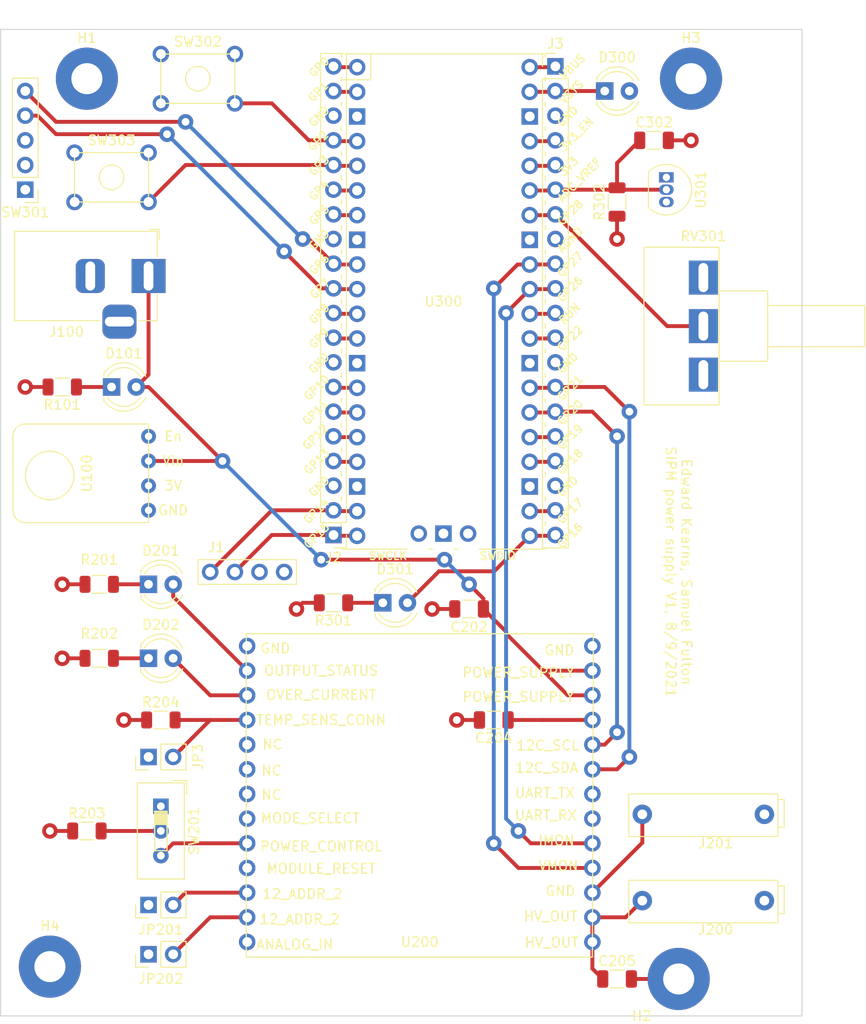
<source format=kicad_pcb>
(kicad_pcb (version 20171130) (host pcbnew "(5.1.10)-1")
  (layers (0 F.Cu signal) (1 GND power hide) (2 PWR power hide) (31 B.Cu signal) (34 B.Paste user) (35 F.Paste user) (36 B.SilkS user) (37 F.SilkS user) (38 B.Mask user) (39 F.Mask user) (44 Edge.Cuts user))
  (net 0 "")
  (net 1 GND)
  (net 2 VSS)
  (net 3 VCC)
  (net 4 "Net-(D101-Pad1)")
  (net 5 "Net-(D201-Pad2)")
  (net 6 "Net-(D201-Pad1)")
  (net 7 "Net-(D202-Pad2)")
  (net 8 "Net-(D202-Pad1)")
  (net 9 "Net-(D300-Pad1)")
  (net 10 "Net-(D301-Pad2)")
  (net 11 "Net-(D301-Pad1)")
  (net 12 "Net-(J1-Pad4)")
  (net 13 "Net-(J1-Pad3)")
  (net 14 "Net-(JP3-Pad2)")
  (net 15 "Net-(JP201-Pad2)")
  (net 16 "Net-(JP202-Pad2)")
  (net 17 "Net-(R203-Pad2)")
  (net 18 "Net-(SW201-Pad2)")
  (net 19 "Net-(U100-Pad1)")
  (net 20 "Net-(U200-Pad19)")
  (net 21 "Net-(U200-Pad20)")
  (net 22 "Net-(U200-Pad13)")
  (net 23 "Net-(U200-Pad10)")
  (net 24 "Net-(U200-Pad7)")
  (net 25 "Net-(U200-Pad6)")
  (net 26 "Net-(U200-Pad5)")
  (net 27 "Net-(U300-Pad43)")
  (net 28 "Net-(U300-Pad42)")
  (net 29 "Net-(U300-Pad41)")
  (net 30 "Net-(J2-Pad20)")
  (net 31 "Net-(J2-Pad19)")
  (net 32 "Net-(J2-Pad17)")
  (net 33 "Net-(J2-Pad16)")
  (net 34 "Net-(J2-Pad15)")
  (net 35 "Net-(J2-Pad14)")
  (net 36 "Net-(J2-Pad12)")
  (net 37 "Net-(J2-Pad11)")
  (net 38 "Net-(J2-Pad10)")
  (net 39 "Net-(J2-Pad9)")
  (net 40 "Net-(J2-Pad7)")
  (net 41 "Net-(J2-Pad6)")
  (net 42 "Net-(J2-Pad5)")
  (net 43 "Net-(J2-Pad4)")
  (net 44 "Net-(J3-Pad19)")
  (net 45 "Net-(J3-Pad17)")
  (net 46 "Net-(J3-Pad16)")
  (net 47 "Net-(J3-Pad15)")
  (net 48 "Net-(J3-Pad14)")
  (net 49 "Net-(J3-Pad12)")
  (net 50 "Net-(J3-Pad11)")
  (net 51 "Net-(J3-Pad10)")
  (net 52 "Net-(J3-Pad9)")
  (net 53 "Net-(J3-Pad7)")
  (net 54 "Net-(J3-Pad5)")
  (net 55 "Net-(J3-Pad4)")
  (net 56 "Net-(J3-Pad1)")
  (net 57 "Net-(C205-Pad1)")
  (net 58 "Net-(C302-Pad1)")
  (net 59 "Net-(SW301-Pad3)")
  (module A7585-test-board:Bannana_Jack_2pin (layer F.Cu) (at 137.16 146.05)
    (fp_text reference J200 (at 0 2.54) (layer F.SilkS))
    (fp_text value Conn_01x01_Female)
    (pad 2 thru_hole circle (at 5.0165 -0.4445) (size 2 2) (drill 1) (layers *.Cu *.Mask))
    (pad 1 thru_hole circle (at -7.5565 -0.4445) (size 2 2) (drill 1) (layers *.Cu *.Mask) (net 57 "Net-(C205-Pad1)"))
  )
  (module Package_TO_SOT_THT:TO-92_Inline (layer F.Cu) (at 132.08 71.12 270)
    (fp_text reference U301 (at 1.27 -3.56 90) (layer F.SilkS))
    (fp_text value LM4040LP-3)
    (pad 1 thru_hole rect (at 0 0 270) (size 1.05 1.5) (drill 0.75) (layers *.Cu *.Mask))
    (pad 3 thru_hole oval (at 2.54 0 270) (size 1.05 1.5) (drill 0.75) (layers *.Cu *.Mask) (net 1 GND))
    (pad 2 thru_hole oval (at 1.27 0 270) (size 1.05 1.5) (drill 0.75) (layers *.Cu *.Mask) (net 58 "Net-(C302-Pad1)"))
  )
  (module Connector_PinHeader_2.54mm:PinHeader_1x05_P2.54mm_Vertical (layer F.Cu) (at 66.04 72.39 180)
    (fp_text reference SW301 (at 0 -2.33) (layer F.SilkS))
    (fp_text value "Rotary Encoder PCB")
    (pad 5 thru_hole oval (at 0 10.16 180) (size 1.7 1.7) (drill 1) (layers *.Cu *.Mask) (net 36 "Net-(J2-Pad12)"))
    (pad 4 thru_hole oval (at 0 7.62 180) (size 1.7 1.7) (drill 1) (layers *.Cu *.Mask) (net 37 "Net-(J2-Pad11)"))
    (pad 3 thru_hole oval (at 0 5.08 180) (size 1.7 1.7) (drill 1) (layers *.Cu *.Mask) (net 59 "Net-(SW301-Pad3)"))
    (pad 2 thru_hole oval (at 0 2.54 180) (size 1.7 1.7) (drill 1) (layers *.Cu *.Mask) (net 3 VCC))
    (pad 1 thru_hole rect (at 0 0 180) (size 1.7 1.7) (drill 1) (layers *.Cu *.Mask) (net 1 GND))
  )
  (module Resistor_SMD:R_1206_3216Metric (layer F.Cu) (at 127 73.66 90)
    (fp_text reference R302 (at 0 -1.82 90) (layer F.SilkS))
    (fp_text value 200)
    (pad 2 smd roundrect (at 1.4625 0 90) (size 1.125 1.75) (layers F.Cu F.Paste F.Mask) (roundrect_rratio 0.222222) (net 58 "Net-(C302-Pad1)"))
    (pad 1 smd roundrect (at -1.4625 0 90) (size 1.125 1.75) (layers F.Cu F.Paste F.Mask) (roundrect_rratio 0.222222) (net 3 VCC))
  )
  (module A7585-test-board:Bannana_Jack_2pin (layer F.Cu) (at 137.16 137.16)
    (fp_text reference J201 (at 0 2.54) (layer F.SilkS))
    (fp_text value Conn_01x01_Female)
    (pad 2 thru_hole circle (at 5.0165 -0.4445) (size 2 2) (drill 1) (layers *.Cu *.Mask))
    (pad 1 thru_hole circle (at -7.5565 -0.4445) (size 2 2) (drill 1) (layers *.Cu *.Mask) (net 1 GND))
  )
  (module Capacitor_SMD:C_1206_3216Metric (layer F.Cu) (at 130.81 67.31)
    (fp_text reference C302 (at 0 -1.85) (layer F.SilkS))
    (fp_text value "2.2 uF")
    (pad 2 smd roundrect (at 1.475 0) (size 1.15 1.8) (layers F.Cu F.Paste F.Mask) (roundrect_rratio 0.217391) (net 1 GND))
    (pad 1 smd roundrect (at -1.475 0) (size 1.15 1.8) (layers F.Cu F.Paste F.Mask) (roundrect_rratio 0.217391) (net 58 "Net-(C302-Pad1)"))
  )
  (module Capacitor_SMD:C_1206_3216Metric (layer F.Cu) (at 127 153.67)
    (fp_text reference C205 (at 0 -1.85) (layer F.SilkS))
    (fp_text value "2.2 uF")
    (pad 2 smd roundrect (at 1.475 0) (size 1.15 1.8) (layers F.Cu F.Paste F.Mask) (roundrect_rratio 0.217391) (net 1 GND))
    (pad 1 smd roundrect (at -1.475 0) (size 1.15 1.8) (layers F.Cu F.Paste F.Mask) (roundrect_rratio 0.217391) (net 57 "Net-(C205-Pad1)"))
  )
  (module MountingHole:MountingHole_3.2mm_M3_Pad (layer F.Cu) (at 68.58 152.4)
    (fp_text reference H4 (at 0 -4.2) (layer F.SilkS))
    (fp_text value MountingHole_Pad)
    (pad 1 thru_hole circle (at 0 0) (size 6.4 6.4) (drill 3.2) (layers *.Cu *.Mask) (net 1 GND))
  )
  (module MountingHole:MountingHole_3.2mm_M3_Pad (layer F.Cu) (at 134.62 60.96)
    (fp_text reference H3 (at 0 -4.2) (layer F.SilkS))
    (fp_text value MountingHole_Pad)
    (pad 1 thru_hole circle (at 0 0) (size 6.4 6.4) (drill 3.2) (layers *.Cu *.Mask) (net 1 GND))
  )
  (module MountingHole:MountingHole_3.2mm_M3_Pad (layer F.Cu) (at 133.35 153.67)
    (fp_text reference H2 (at -3.81 3.81) (layer F.SilkS))
    (fp_text value MountingHole_Pad)
    (pad 1 thru_hole circle (at 0 0) (size 6.4 6.4) (drill 3.2) (layers *.Cu *.Mask) (net 1 GND))
  )
  (module MountingHole:MountingHole_3.2mm_M3_Pad (layer F.Cu) (at 72.39 60.96)
    (fp_text reference H1 (at 0 -4.2) (layer F.SilkS))
    (fp_text value MountingHole_Pad)
    (pad 1 thru_hole circle (at 0 0) (size 6.4 6.4) (drill 3.2) (layers *.Cu *.Mask) (net 1 GND))
  )
  (module A7585-test-board:PUSH_BUTTON (layer F.Cu) (at 73.66 71.12 90)
    (fp_text reference SW303 (at 3.81 1.27 180) (layer F.SilkS))
    (fp_text value SW_Push_SPDT)
    (pad 2 thru_hole oval (at -2.54 5.08 90) (size 1.7 1.7) (drill 1.02) (layers *.Cu *.Mask) (net 33 "Net-(J2-Pad16)"))
    (pad 3 thru_hole oval (at 2.54 5.08 90) (size 1.7 1.7) (drill 1.02) (layers *.Cu *.Mask) (net 3 VCC))
    (pad 4 thru_hole oval (at 2.54 -2.54 90) (size 1.7 1.7) (drill 1.02) (layers *.Cu *.Mask))
    (pad 1 thru_hole oval (at -2.54 -2.54 90) (size 1.7 1.7) (drill 1.02) (layers *.Cu *.Mask) (net 1 GND))
  )
  (module A7585-test-board:PUSH_BUTTON (layer F.Cu) (at 82.55 60.96 90)
    (fp_text reference SW302 (at 3.81 1.27 180) (layer F.SilkS))
    (fp_text value SW_Push_SPDT)
    (pad 2 thru_hole oval (at -2.54 5.08 90) (size 1.7 1.7) (drill 1.02) (layers *.Cu *.Mask) (net 32 "Net-(J2-Pad17)"))
    (pad 3 thru_hole oval (at 2.54 5.08 90) (size 1.7 1.7) (drill 1.02) (layers *.Cu *.Mask) (net 3 VCC))
    (pad 4 thru_hole oval (at 2.54 -2.54 90) (size 1.7 1.7) (drill 1.02) (layers *.Cu *.Mask))
    (pad 1 thru_hole oval (at -2.54 -2.54 90) (size 1.7 1.7) (drill 1.02) (layers *.Cu *.Mask) (net 1 GND))
  )
  (module A7585-test-board:A7585D_Board (layer F.Cu) (at 106.68 134.62)
    (fp_text reference U200 (at 0 15.24) (layer F.SilkS))
    (fp_text value A7585D)
    (fp_text user HV_OUT (at 13.58 15.3) (layer F.SilkS))
    (fp_text user HV_OUT (at 13.48 12.6) (layer F.SilkS))
    (fp_text user GND (at 14.48 10) (layer F.SilkS))
    (fp_text user VMON (at 14.28 7.4) (layer F.SilkS))
    (fp_text user IMON (at 14.08 4.8) (layer F.SilkS))
    (fp_text user UART_RX (at 12.98 2.2) (layer F.SilkS))
    (fp_text user UART_TX (at 12.88 -0.1) (layer F.SilkS))
    (fp_text user 12C_SDA (at 13.08 -2.7) (layer F.SilkS))
    (fp_text user 12C_SCL (at 13.18 -5) (layer F.SilkS))
    (fp_text user POWER_SUPPLY (at 10.16 -10) (layer F.SilkS))
    (fp_text user POWER_SUPPLY (at 10.16 -12.5) (layer F.SilkS))
    (fp_text user GND (at 14.38 -14.8) (layer F.SilkS))
    (fp_text user MODE_SELECT (at -11.28 2.5) (layer F.SilkS))
    (fp_text user POWER_CONTROL (at -10.16 5.4) (layer F.SilkS))
    (fp_text user MODULE_RESET (at -10.16 7.7) (layer F.SilkS))
    (fp_text user 12_ADDR_2 (at -12.08 10.3) (layer F.SilkS))
    (fp_text user 12_ADDR_2 (at -12.38 12.9) (layer F.SilkS))
    (fp_text user ANALOG_IN (at -12.88 15.5) (layer F.SilkS))
    (fp_text user NC (at -15.28 0.1) (layer F.SilkS))
    (fp_text user NC (at -15.28 -2.4) (layer F.SilkS))
    (fp_text user NC (at -15.18 -5.1) (layer F.SilkS))
    (fp_text user TEMP_SENS_CONN (at -10.16 -7.62) (layer F.SilkS))
    (fp_text user OVER_CURRENT (at -10.16 -10.2) (layer F.SilkS))
    (fp_text user OUTPUT_STATUS (at -10.16 -12.7) (layer F.SilkS))
    (fp_text user GND (at -14.88 -15) (layer F.SilkS))
    (pad 26 thru_hole circle (at 17.78 -15.24) (size 1.7 1.7) (drill 1) (layers *.Cu *.Mask) (net 1 GND))
    (pad 25 thru_hole circle (at 17.78 -12.7) (size 1.7 1.7) (drill 1) (layers *.Cu *.Mask) (net 2 VSS))
    (pad 24 thru_hole circle (at 17.78 -10.16) (size 1.7 1.7) (drill 1) (layers *.Cu *.Mask) (net 2 VSS))
    (pad 23 thru_hole circle (at 17.78 -7.62) (size 1.7 1.7) (drill 1) (layers *.Cu *.Mask) (net 3 VCC))
    (pad 22 thru_hole circle (at 17.78 -5.08) (size 1.7 1.7) (drill 1) (layers *.Cu *.Mask) (net 47 "Net-(J3-Pad15)"))
    (pad 21 thru_hole circle (at 17.78 -2.54) (size 1.7 1.7) (drill 1) (layers *.Cu *.Mask) (net 48 "Net-(J3-Pad14)"))
    (pad 20 thru_hole circle (at 17.78 0) (size 1.7 1.7) (drill 1) (layers *.Cu *.Mask) (net 21 "Net-(U200-Pad20)"))
    (pad 19 thru_hole circle (at 17.78 2.54) (size 1.7 1.7) (drill 1) (layers *.Cu *.Mask) (net 20 "Net-(U200-Pad19)"))
    (pad 18 thru_hole circle (at 17.78 5.08) (size 1.7 1.7) (drill 1) (layers *.Cu *.Mask) (net 51 "Net-(J3-Pad10)"))
    (pad 17 thru_hole circle (at 17.78 7.62) (size 1.7 1.7) (drill 1) (layers *.Cu *.Mask) (net 52 "Net-(J3-Pad9)"))
    (pad 16 thru_hole circle (at 17.78 10.16) (size 1.7 1.7) (drill 1) (layers *.Cu *.Mask) (net 1 GND))
    (pad 15 thru_hole circle (at 17.78 12.7) (size 1.7 1.7) (drill 1) (layers *.Cu *.Mask) (net 57 "Net-(C205-Pad1)"))
    (pad 14 thru_hole circle (at 17.78 15.24) (size 1.7 1.7) (drill 1) (layers *.Cu *.Mask) (net 57 "Net-(C205-Pad1)"))
    (pad 13 thru_hole circle (at -17.78 15.24) (size 1.7 1.7) (drill 1) (layers *.Cu *.Mask) (net 22 "Net-(U200-Pad13)"))
    (pad 12 thru_hole circle (at -17.78 12.7) (size 1.7 1.7) (drill 1) (layers *.Cu *.Mask) (net 16 "Net-(JP202-Pad2)"))
    (pad 11 thru_hole circle (at -17.78 10.16) (size 1.7 1.7) (drill 1) (layers *.Cu *.Mask) (net 15 "Net-(JP201-Pad2)"))
    (pad 10 thru_hole circle (at -17.78 7.62) (size 1.7 1.7) (drill 1) (layers *.Cu *.Mask) (net 23 "Net-(U200-Pad10)"))
    (pad 9 thru_hole circle (at -17.78 5.08) (size 1.7 1.7) (drill 1) (layers *.Cu *.Mask) (net 18 "Net-(SW201-Pad2)"))
    (pad 8 thru_hole circle (at -17.78 2.54) (size 1.7 1.7) (drill 1) (layers *.Cu *.Mask) (net 1 GND))
    (pad 7 thru_hole circle (at -17.78 0) (size 1.7 1.7) (drill 1) (layers *.Cu *.Mask) (net 24 "Net-(U200-Pad7)"))
    (pad 6 thru_hole circle (at -17.78 -2.54) (size 1.7 1.7) (drill 1) (layers *.Cu *.Mask) (net 25 "Net-(U200-Pad6)"))
    (pad 5 thru_hole circle (at -17.78 -5.08) (size 1.7 1.7) (drill 1) (layers *.Cu *.Mask) (net 26 "Net-(U200-Pad5)"))
    (pad 4 thru_hole circle (at -17.78 -7.62) (size 1.7 1.7) (drill 1) (layers *.Cu *.Mask) (net 14 "Net-(JP3-Pad2)"))
    (pad 3 thru_hole circle (at -17.78 -10.16) (size 1.7 1.7) (drill 1) (layers *.Cu *.Mask) (net 7 "Net-(D202-Pad2)"))
    (pad 2 thru_hole circle (at -17.78 -12.7) (size 1.7 1.7) (drill 1) (layers *.Cu *.Mask) (net 5 "Net-(D201-Pad2)"))
    (pad 1 thru_hole circle (at -17.78 -15.24) (size 1.7 1.7) (drill 1) (layers *.Cu *.Mask) (net 1 GND))
  )
  (module A7585-test-board:Potentiometer_Piher_T-16H_Single_Horizontal (layer F.Cu) (at 135.89 91.44)
    (fp_text reference RV301 (at 0 -14.25) (layer F.SilkS))
    (fp_text value R_POT_US)
    (pad 1 thru_hole rect (at 0 0) (size 3 3.5) (drill oval 1 3) (layers *.Cu *.Mask) (net 3 VCC))
    (pad 2 thru_hole rect (at 0 -5) (size 3 3.5) (drill oval 1 3) (layers *.Cu *.Mask) (net 53 "Net-(J3-Pad7)"))
    (pad 3 thru_hole rect (at 0 -10) (size 3 3.5) (drill oval 1 3) (layers *.Cu *.Mask) (net 1 GND))
  )
  (module LED_THT:LED_D4.0mm (layer F.Cu) (at 102.87 114.935)
    (fp_text reference D301 (at 1.27 -3.46) (layer F.SilkS))
    (fp_text value LED)
    (pad 2 thru_hole circle (at 2.54 0) (size 1.8 1.8) (drill 0.9) (layers *.Cu *.Mask) (net 10 "Net-(D301-Pad2)"))
    (pad 1 thru_hole rect (at 0 0) (size 1.8 1.8) (drill 0.9) (layers *.Cu *.Mask) (net 11 "Net-(D301-Pad1)"))
  )
  (module LED_THT:LED_D4.0mm (layer F.Cu) (at 125.73 62.23)
    (fp_text reference D300 (at 1.27 -3.46) (layer F.SilkS))
    (fp_text value Schottky)
    (pad 2 thru_hole circle (at 2.54 0) (size 1.8 1.8) (drill 0.9) (layers *.Cu *.Mask) (net 3 VCC))
    (pad 1 thru_hole rect (at 0 0) (size 1.8 1.8) (drill 0.9) (layers *.Cu *.Mask) (net 9 "Net-(D300-Pad1)"))
  )
  (module LED_THT:LED_D4.0mm (layer F.Cu) (at 78.74 120.65)
    (fp_text reference D202 (at 1.27 -3.46) (layer F.SilkS))
    (fp_text value LED)
    (pad 2 thru_hole circle (at 2.54 0) (size 1.8 1.8) (drill 0.9) (layers *.Cu *.Mask) (net 7 "Net-(D202-Pad2)"))
    (pad 1 thru_hole rect (at 0 0) (size 1.8 1.8) (drill 0.9) (layers *.Cu *.Mask) (net 8 "Net-(D202-Pad1)"))
  )
  (module LED_THT:LED_D4.0mm (layer F.Cu) (at 78.74 113.03)
    (fp_text reference D201 (at 1.27 -3.46) (layer F.SilkS))
    (fp_text value LED)
    (pad 2 thru_hole circle (at 2.54 0) (size 1.8 1.8) (drill 0.9) (layers *.Cu *.Mask) (net 5 "Net-(D201-Pad2)"))
    (pad 1 thru_hole rect (at 0 0) (size 1.8 1.8) (drill 0.9) (layers *.Cu *.Mask) (net 6 "Net-(D201-Pad1)"))
  )
  (module LED_THT:LED_D4.0mm (layer F.Cu) (at 74.93 92.71)
    (fp_text reference D101 (at 1.27 -3.46) (layer F.SilkS))
    (fp_text value LED)
    (pad 2 thru_hole circle (at 2.54 0) (size 1.8 1.8) (drill 0.9) (layers *.Cu *.Mask) (net 2 VSS))
    (pad 1 thru_hole rect (at 0 0) (size 1.8 1.8) (drill 0.9) (layers *.Cu *.Mask) (net 4 "Net-(D101-Pad1)"))
  )
  (module A7585-test-board:RPi_Pico_SMD_TH (layer F.Cu) (at 109.115 83.905)
    (fp_text reference U300 (at 0 0) (layer F.SilkS))
    (fp_text value Pico)
    (fp_text user GP1 (at -12.9 -21.6 45) (layer F.SilkS) (effects (font (size 0.8 0.8))))
    (fp_text user GP2 (at -12.9 -16.51 45) (layer F.SilkS) (effects (font (size 0.8 0.8))))
    (fp_text user GP0 (at -12.8 -24.13 45) (layer F.SilkS) (effects (font (size 0.8 0.8))))
    (fp_text user GP3 (at -12.8 -13.97 45) (layer F.SilkS) (effects (font (size 0.8 0.8))))
    (fp_text user GP4 (at -12.8 -11.43 45) (layer F.SilkS) (effects (font (size 0.8 0.8))))
    (fp_text user GP5 (at -12.8 -8.89 45) (layer F.SilkS) (effects (font (size 0.8 0.8))))
    (fp_text user GP6 (at -12.8 -3.81 45) (layer F.SilkS) (effects (font (size 0.8 0.8))))
    (fp_text user GP7 (at -12.7 -1.3 45) (layer F.SilkS) (effects (font (size 0.8 0.8))))
    (fp_text user GP8 (at -12.8 1.27 45) (layer F.SilkS) (effects (font (size 0.8 0.8))))
    (fp_text user GP9 (at -12.8 3.81 45) (layer F.SilkS) (effects (font (size 0.8 0.8))))
    (fp_text user GP10 (at -13.054 8.89 45) (layer F.SilkS) (effects (font (size 0.8 0.8))))
    (fp_text user GP11 (at -13.2 11.43 45) (layer F.SilkS) (effects (font (size 0.8 0.8))))
    (fp_text user GP12 (at -13.2 13.97 45) (layer F.SilkS) (effects (font (size 0.8 0.8))))
    (fp_text user GP13 (at -13.054 16.51 45) (layer F.SilkS) (effects (font (size 0.8 0.8))))
    (fp_text user GP14 (at -13.1 21.59 45) (layer F.SilkS) (effects (font (size 0.8 0.8))))
    (fp_text user GP15 (at -13.054 24.13 45) (layer F.SilkS) (effects (font (size 0.8 0.8))))
    (fp_text user GP16 (at 13.054 24.13 45) (layer F.SilkS) (effects (font (size 0.8 0.8))))
    (fp_text user GP17 (at 13.054 21.59 45) (layer F.SilkS) (effects (font (size 0.8 0.8))))
    (fp_text user GP18 (at 13.054 16.51 45) (layer F.SilkS) (effects (font (size 0.8 0.8))))
    (fp_text user GP19 (at 13.054 13.97 45) (layer F.SilkS) (effects (font (size 0.8 0.8))))
    (fp_text user GP20 (at 13.054 11.43 45) (layer F.SilkS) (effects (font (size 0.8 0.8))))
    (fp_text user GP21 (at 13.054 8.9 45) (layer F.SilkS) (effects (font (size 0.8 0.8))))
    (fp_text user GP22 (at 13.054 3.81 45) (layer F.SilkS) (effects (font (size 0.8 0.8))))
    (fp_text user RUN (at 13 1.27 45) (layer F.SilkS) (effects (font (size 0.8 0.8))))
    (fp_text user GP26 (at 13.054 -1.27 45) (layer F.SilkS) (effects (font (size 0.8 0.8))))
    (fp_text user GP27 (at 13.054 -3.8 45) (layer F.SilkS) (effects (font (size 0.8 0.8))))
    (fp_text user GP28 (at 13.054 -9.144 45) (layer F.SilkS) (effects (font (size 0.8 0.8))))
    (fp_text user ADC_VREF (at 14 -12.5 45) (layer F.SilkS) (effects (font (size 0.8 0.8))))
    (fp_text user 3V3 (at 12.9 -13.9 45) (layer F.SilkS) (effects (font (size 0.8 0.8))))
    (fp_text user 3V3_EN (at 13.7 -17.2 45) (layer F.SilkS) (effects (font (size 0.8 0.8))))
    (fp_text user VSYS (at 13.2 -21.59 45) (layer F.SilkS) (effects (font (size 0.8 0.8))))
    (fp_text user VBUS (at 13.3 -24.2 45) (layer F.SilkS) (effects (font (size 0.8 0.8))))
    (fp_text user GND (at -12.8 -19.05 45) (layer F.SilkS) (effects (font (size 0.8 0.8))))
    (fp_text user GND (at -12.8 -6.35 45) (layer F.SilkS) (effects (font (size 0.8 0.8))))
    (fp_text user GND (at -12.8 6.35 45) (layer F.SilkS) (effects (font (size 0.8 0.8))))
    (fp_text user GND (at -12.8 19.05 45) (layer F.SilkS) (effects (font (size 0.8 0.8))))
    (fp_text user GND (at 12.8 19.05 45) (layer F.SilkS) (effects (font (size 0.8 0.8))))
    (fp_text user GND (at 12.8 6.35 45) (layer F.SilkS) (effects (font (size 0.8 0.8))))
    (fp_text user GND (at 12.8 -19.05 45) (layer F.SilkS) (effects (font (size 0.8 0.8))))
    (fp_text user AGND (at 13.054 -6.35 45) (layer F.SilkS) (effects (font (size 0.8 0.8))))
    (fp_text user SWCLK (at -5.7 26.2) (layer F.SilkS) (effects (font (size 0.8 0.8))))
    (fp_text user SWDIO (at 5.6 26.2) (layer F.SilkS) (effects (font (size 0.8 0.8))))
    (pad 1 thru_hole oval (at -8.89 -24.13) (size 1.7 1.7) (drill 1.02) (layers *.Cu *.Mask) (net 30 "Net-(J2-Pad20)"))
    (pad 2 thru_hole oval (at -8.89 -21.59) (size 1.7 1.7) (drill 1.02) (layers *.Cu *.Mask) (net 31 "Net-(J2-Pad19)"))
    (pad 3 thru_hole rect (at -8.89 -19.05) (size 1.7 1.7) (drill 1.02) (layers *.Cu *.Mask) (net 1 GND))
    (pad 4 thru_hole oval (at -8.89 -16.51) (size 1.7 1.7) (drill 1.02) (layers *.Cu *.Mask) (net 32 "Net-(J2-Pad17)"))
    (pad 5 thru_hole oval (at -8.89 -13.97) (size 1.7 1.7) (drill 1.02) (layers *.Cu *.Mask) (net 33 "Net-(J2-Pad16)"))
    (pad 6 thru_hole oval (at -8.89 -11.43) (size 1.7 1.7) (drill 1.02) (layers *.Cu *.Mask) (net 34 "Net-(J2-Pad15)"))
    (pad 7 thru_hole oval (at -8.89 -8.89) (size 1.7 1.7) (drill 1.02) (layers *.Cu *.Mask) (net 35 "Net-(J2-Pad14)"))
    (pad 8 thru_hole rect (at -8.89 -6.35) (size 1.7 1.7) (drill 1.02) (layers *.Cu *.Mask) (net 1 GND))
    (pad 9 thru_hole oval (at -8.89 -3.81) (size 1.7 1.7) (drill 1.02) (layers *.Cu *.Mask) (net 36 "Net-(J2-Pad12)"))
    (pad 10 thru_hole oval (at -8.89 -1.27) (size 1.7 1.7) (drill 1.02) (layers *.Cu *.Mask) (net 37 "Net-(J2-Pad11)"))
    (pad 11 thru_hole oval (at -8.89 1.27) (size 1.7 1.7) (drill 1.02) (layers *.Cu *.Mask) (net 38 "Net-(J2-Pad10)"))
    (pad 12 thru_hole oval (at -8.89 3.81) (size 1.7 1.7) (drill 1.02) (layers *.Cu *.Mask) (net 39 "Net-(J2-Pad9)"))
    (pad 13 thru_hole rect (at -8.89 6.35) (size 1.7 1.7) (drill 1.02) (layers *.Cu *.Mask) (net 1 GND))
    (pad 14 thru_hole oval (at -8.89 8.89) (size 1.7 1.7) (drill 1.02) (layers *.Cu *.Mask) (net 40 "Net-(J2-Pad7)"))
    (pad 15 thru_hole oval (at -8.89 11.43) (size 1.7 1.7) (drill 1.02) (layers *.Cu *.Mask) (net 41 "Net-(J2-Pad6)"))
    (pad 16 thru_hole oval (at -8.89 13.97) (size 1.7 1.7) (drill 1.02) (layers *.Cu *.Mask) (net 42 "Net-(J2-Pad5)"))
    (pad 17 thru_hole oval (at -8.89 16.51) (size 1.7 1.7) (drill 1.02) (layers *.Cu *.Mask) (net 43 "Net-(J2-Pad4)"))
    (pad 18 thru_hole rect (at -8.89 19.05) (size 1.7 1.7) (drill 1.02) (layers *.Cu *.Mask) (net 1 GND))
    (pad 19 thru_hole oval (at -8.89 21.59) (size 1.7 1.7) (drill 1.02) (layers *.Cu *.Mask) (net 12 "Net-(J1-Pad4)"))
    (pad 20 thru_hole oval (at -8.89 24.13) (size 1.7 1.7) (drill 1.02) (layers *.Cu *.Mask) (net 13 "Net-(J1-Pad3)"))
    (pad 21 thru_hole oval (at 8.89 24.13) (size 1.7 1.7) (drill 1.02) (layers *.Cu *.Mask) (net 10 "Net-(D301-Pad2)"))
    (pad 22 thru_hole oval (at 8.89 21.59) (size 1.7 1.7) (drill 1.02) (layers *.Cu *.Mask) (net 44 "Net-(J3-Pad19)"))
    (pad 23 thru_hole rect (at 8.89 19.05) (size 1.7 1.7) (drill 1.02) (layers *.Cu *.Mask) (net 1 GND))
    (pad 24 thru_hole oval (at 8.89 16.51) (size 1.7 1.7) (drill 1.02) (layers *.Cu *.Mask) (net 45 "Net-(J3-Pad17)"))
    (pad 25 thru_hole oval (at 8.89 13.97) (size 1.7 1.7) (drill 1.02) (layers *.Cu *.Mask) (net 46 "Net-(J3-Pad16)"))
    (pad 26 thru_hole oval (at 8.89 11.43) (size 1.7 1.7) (drill 1.02) (layers *.Cu *.Mask) (net 47 "Net-(J3-Pad15)"))
    (pad 27 thru_hole oval (at 8.89 8.89) (size 1.7 1.7) (drill 1.02) (layers *.Cu *.Mask) (net 48 "Net-(J3-Pad14)"))
    (pad 28 thru_hole rect (at 8.89 6.35) (size 1.7 1.7) (drill 1.02) (layers *.Cu *.Mask) (net 1 GND))
    (pad 29 thru_hole oval (at 8.89 3.81) (size 1.7 1.7) (drill 1.02) (layers *.Cu *.Mask) (net 49 "Net-(J3-Pad12)"))
    (pad 30 thru_hole oval (at 8.89 1.27) (size 1.7 1.7) (drill 1.02) (layers *.Cu *.Mask) (net 50 "Net-(J3-Pad11)"))
    (pad 31 thru_hole oval (at 8.89 -1.27) (size 1.7 1.7) (drill 1.02) (layers *.Cu *.Mask) (net 51 "Net-(J3-Pad10)"))
    (pad 32 thru_hole oval (at 8.89 -3.81) (size 1.7 1.7) (drill 1.02) (layers *.Cu *.Mask) (net 52 "Net-(J3-Pad9)"))
    (pad 33 thru_hole rect (at 8.89 -6.35) (size 1.7 1.7) (drill 1.02) (layers *.Cu *.Mask) (net 1 GND))
    (pad 34 thru_hole oval (at 8.89 -8.89) (size 1.7 1.7) (drill 1.02) (layers *.Cu *.Mask) (net 53 "Net-(J3-Pad7)"))
    (pad 35 thru_hole oval (at 8.89 -11.43) (size 1.7 1.7) (drill 1.02) (layers *.Cu *.Mask) (net 58 "Net-(C302-Pad1)"))
    (pad 36 thru_hole oval (at 8.89 -13.97) (size 1.7 1.7) (drill 1.02) (layers *.Cu *.Mask) (net 54 "Net-(J3-Pad5)"))
    (pad 37 thru_hole oval (at 8.89 -16.51) (size 1.7 1.7) (drill 1.02) (layers *.Cu *.Mask) (net 55 "Net-(J3-Pad4)"))
    (pad 38 thru_hole rect (at 8.89 -19.05) (size 1.7 1.7) (drill 1.02) (layers *.Cu *.Mask) (net 1 GND))
    (pad 39 thru_hole oval (at 8.89 -21.59) (size 1.7 1.7) (drill 1.02) (layers *.Cu *.Mask) (net 9 "Net-(D300-Pad1)"))
    (pad 40 thru_hole oval (at 8.89 -24.13) (size 1.7 1.7) (drill 1.02) (layers *.Cu *.Mask) (net 56 "Net-(J3-Pad1)"))
    (pad "" np_thru_hole oval (at -2.725 -24) (size 1.8 1.8) (drill 1.8) (layers *.Cu *.Mask))
    (pad "" np_thru_hole oval (at 2.725 -24) (size 1.8 1.8) (drill 1.8) (layers *.Cu *.Mask))
    (pad "" np_thru_hole oval (at -2.425 -20.97) (size 1.5 1.5) (drill 1.5) (layers *.Cu *.Mask))
    (pad "" np_thru_hole oval (at 2.425 -20.97) (size 1.5 1.5) (drill 1.5) (layers *.Cu *.Mask))
    (pad 41 thru_hole oval (at -2.54 23.9) (size 1.7 1.7) (drill 1.02) (layers *.Cu *.Mask) (net 29 "Net-(U300-Pad41)"))
    (pad 42 thru_hole rect (at 0 23.9) (size 1.7 1.7) (drill 1.02) (layers *.Cu *.Mask) (net 28 "Net-(U300-Pad42)"))
    (pad 43 thru_hole oval (at 2.54 23.9) (size 1.7 1.7) (drill 1.02) (layers *.Cu *.Mask) (net 27 "Net-(U300-Pad43)"))
  )
  (module Connector_PinHeader_2.54mm:PinHeader_1x20_P2.54mm_Vertical (layer F.Cu) (at 120.65 59.69)
    (fp_text reference J3 (at 0 -2.33) (layer F.SilkS))
    (fp_text value Conn_01x20)
    (pad 20 thru_hole oval (at 0 48.26) (size 1.7 1.7) (drill 1) (layers *.Cu *.Mask) (net 10 "Net-(D301-Pad2)"))
    (pad 19 thru_hole oval (at 0 45.72) (size 1.7 1.7) (drill 1) (layers *.Cu *.Mask) (net 44 "Net-(J3-Pad19)"))
    (pad 18 thru_hole oval (at 0 43.18) (size 1.7 1.7) (drill 1) (layers *.Cu *.Mask) (net 1 GND))
    (pad 17 thru_hole oval (at 0 40.64) (size 1.7 1.7) (drill 1) (layers *.Cu *.Mask) (net 45 "Net-(J3-Pad17)"))
    (pad 16 thru_hole oval (at 0 38.1) (size 1.7 1.7) (drill 1) (layers *.Cu *.Mask) (net 46 "Net-(J3-Pad16)"))
    (pad 15 thru_hole oval (at 0 35.56) (size 1.7 1.7) (drill 1) (layers *.Cu *.Mask) (net 47 "Net-(J3-Pad15)"))
    (pad 14 thru_hole oval (at 0 33.02) (size 1.7 1.7) (drill 1) (layers *.Cu *.Mask) (net 48 "Net-(J3-Pad14)"))
    (pad 13 thru_hole oval (at 0 30.48) (size 1.7 1.7) (drill 1) (layers *.Cu *.Mask) (net 1 GND))
    (pad 12 thru_hole oval (at 0 27.94) (size 1.7 1.7) (drill 1) (layers *.Cu *.Mask) (net 49 "Net-(J3-Pad12)"))
    (pad 11 thru_hole oval (at 0 25.4) (size 1.7 1.7) (drill 1) (layers *.Cu *.Mask) (net 50 "Net-(J3-Pad11)"))
    (pad 10 thru_hole oval (at 0 22.86) (size 1.7 1.7) (drill 1) (layers *.Cu *.Mask) (net 51 "Net-(J3-Pad10)"))
    (pad 9 thru_hole oval (at 0 20.32) (size 1.7 1.7) (drill 1) (layers *.Cu *.Mask) (net 52 "Net-(J3-Pad9)"))
    (pad 8 thru_hole oval (at 0 17.78) (size 1.7 1.7) (drill 1) (layers *.Cu *.Mask) (net 1 GND))
    (pad 7 thru_hole oval (at 0 15.24) (size 1.7 1.7) (drill 1) (layers *.Cu *.Mask) (net 53 "Net-(J3-Pad7)"))
    (pad 6 thru_hole oval (at 0 12.7) (size 1.7 1.7) (drill 1) (layers *.Cu *.Mask) (net 58 "Net-(C302-Pad1)"))
    (pad 5 thru_hole oval (at 0 10.16) (size 1.7 1.7) (drill 1) (layers *.Cu *.Mask) (net 54 "Net-(J3-Pad5)"))
    (pad 4 thru_hole oval (at 0 7.62) (size 1.7 1.7) (drill 1) (layers *.Cu *.Mask) (net 55 "Net-(J3-Pad4)"))
    (pad 3 thru_hole oval (at 0 5.08) (size 1.7 1.7) (drill 1) (layers *.Cu *.Mask) (net 1 GND))
    (pad 2 thru_hole oval (at 0 2.54) (size 1.7 1.7) (drill 1) (layers *.Cu *.Mask) (net 9 "Net-(D300-Pad1)"))
    (pad 1 thru_hole rect (at 0 0) (size 1.7 1.7) (drill 1) (layers *.Cu *.Mask) (net 56 "Net-(J3-Pad1)"))
  )
  (module Connector_PinHeader_2.54mm:PinHeader_1x20_P2.54mm_Vertical (layer F.Cu) (at 97.79 107.95 180)
    (fp_text reference J2 (at 0 -2.33) (layer F.SilkS))
    (fp_text value Conn_01x20)
    (pad 20 thru_hole oval (at 0 48.26 180) (size 1.7 1.7) (drill 1) (layers *.Cu *.Mask) (net 30 "Net-(J2-Pad20)"))
    (pad 19 thru_hole oval (at 0 45.72 180) (size 1.7 1.7) (drill 1) (layers *.Cu *.Mask) (net 31 "Net-(J2-Pad19)"))
    (pad 18 thru_hole oval (at 0 43.18 180) (size 1.7 1.7) (drill 1) (layers *.Cu *.Mask) (net 1 GND))
    (pad 17 thru_hole oval (at 0 40.64 180) (size 1.7 1.7) (drill 1) (layers *.Cu *.Mask) (net 32 "Net-(J2-Pad17)"))
    (pad 16 thru_hole oval (at 0 38.1 180) (size 1.7 1.7) (drill 1) (layers *.Cu *.Mask) (net 33 "Net-(J2-Pad16)"))
    (pad 15 thru_hole oval (at 0 35.56 180) (size 1.7 1.7) (drill 1) (layers *.Cu *.Mask) (net 34 "Net-(J2-Pad15)"))
    (pad 14 thru_hole oval (at 0 33.02 180) (size 1.7 1.7) (drill 1) (layers *.Cu *.Mask) (net 35 "Net-(J2-Pad14)"))
    (pad 13 thru_hole oval (at 0 30.48 180) (size 1.7 1.7) (drill 1) (layers *.Cu *.Mask) (net 1 GND))
    (pad 12 thru_hole oval (at 0 27.94 180) (size 1.7 1.7) (drill 1) (layers *.Cu *.Mask) (net 36 "Net-(J2-Pad12)"))
    (pad 11 thru_hole oval (at 0 25.4 180) (size 1.7 1.7) (drill 1) (layers *.Cu *.Mask) (net 37 "Net-(J2-Pad11)"))
    (pad 10 thru_hole oval (at 0 22.86 180) (size 1.7 1.7) (drill 1) (layers *.Cu *.Mask) (net 38 "Net-(J2-Pad10)"))
    (pad 9 thru_hole oval (at 0 20.32 180) (size 1.7 1.7) (drill 1) (layers *.Cu *.Mask) (net 39 "Net-(J2-Pad9)"))
    (pad 8 thru_hole oval (at 0 17.78 180) (size 1.7 1.7) (drill 1) (layers *.Cu *.Mask) (net 1 GND))
    (pad 7 thru_hole oval (at 0 15.24 180) (size 1.7 1.7) (drill 1) (layers *.Cu *.Mask) (net 40 "Net-(J2-Pad7)"))
    (pad 6 thru_hole oval (at 0 12.7 180) (size 1.7 1.7) (drill 1) (layers *.Cu *.Mask) (net 41 "Net-(J2-Pad6)"))
    (pad 5 thru_hole oval (at 0 10.16 180) (size 1.7 1.7) (drill 1) (layers *.Cu *.Mask) (net 42 "Net-(J2-Pad5)"))
    (pad 4 thru_hole oval (at 0 7.62 180) (size 1.7 1.7) (drill 1) (layers *.Cu *.Mask) (net 43 "Net-(J2-Pad4)"))
    (pad 3 thru_hole oval (at 0 5.08 180) (size 1.7 1.7) (drill 1) (layers *.Cu *.Mask) (net 1 GND))
    (pad 2 thru_hole oval (at 0 2.54 180) (size 1.7 1.7) (drill 1) (layers *.Cu *.Mask) (net 12 "Net-(J1-Pad4)"))
    (pad 1 thru_hole rect (at 0 0 180) (size 1.7 1.7) (drill 1) (layers *.Cu *.Mask) (net 13 "Net-(J1-Pad3)"))
  )
  (module A7585-test-board:MPM3610 (layer F.Cu) (at 73.66 100.33 90)
    (fp_text reference U100 (at -1.27 -1.27 90) (layer F.SilkS))
    (fp_text value MPM3610)
    (fp_text user En (at 2.54 7.62) (layer F.SilkS))
    (fp_text user Vin (at 0 7.62) (layer F.SilkS))
    (fp_text user 3V (at -2.54 7.62) (layer F.SilkS))
    (fp_text user GND (at -5.08 7.62 180) (layer F.SilkS))
    (pad 1 thru_hole circle (at 2.54 5.08 90) (size 1.524 1.524) (drill 0.762) (layers *.Cu *.Mask) (net 19 "Net-(U100-Pad1)"))
    (pad 2 thru_hole circle (at 0 5.08 90) (size 1.524 1.524) (drill 0.762) (layers *.Cu *.Mask) (net 2 VSS))
    (pad 3 thru_hole circle (at -2.54 5.08 90) (size 1.524 1.524) (drill 0.762) (layers *.Cu *.Mask) (net 3 VCC))
    (pad 4 thru_hole circle (at -5.08 5.08 90) (size 1.524 1.524) (drill 0.762) (layers *.Cu *.Mask) (net 1 GND))
  )
  (module A7585-test-board:SW_DIP_SPSTx01_Slide_9.78x4.72mm_W7.62mm_P2.54mm (layer F.Cu) (at 80.01 134.62 270)
    (fp_text reference SW201 (at 3.81 -3.42 90) (layer F.SilkS))
    (fp_text value SW_SPDT)
    (pad 3 thru_hole circle (at 3.81 0) (size 1.6 1.6) (drill 0.8) (layers *.Cu *.Mask) (net 17 "Net-(R203-Pad2)"))
    (pad 2 thru_hole oval (at 6.35 0 270) (size 1.6 1.6) (drill 0.8) (layers *.Cu *.Mask) (net 18 "Net-(SW201-Pad2)"))
    (pad 1 thru_hole rect (at 1.27 0 270) (size 1.6 1.6) (drill 0.8) (layers *.Cu *.Mask) (net 1 GND))
  )
  (module Resistor_SMD:R_1206_3216Metric (layer F.Cu) (at 97.79 114.935 180)
    (fp_text reference R301 (at 0 -1.82) (layer F.SilkS))
    (fp_text value 150)
    (pad 2 smd roundrect (at 1.4625 0 180) (size 1.125 1.75) (layers F.Cu F.Paste F.Mask) (roundrect_rratio 0.222222) (net 1 GND))
    (pad 1 smd roundrect (at -1.4625 0 180) (size 1.125 1.75) (layers F.Cu F.Paste F.Mask) (roundrect_rratio 0.222222) (net 11 "Net-(D301-Pad1)"))
  )
  (module Resistor_SMD:R_1206_3216Metric (layer F.Cu) (at 80.01 127)
    (fp_text reference R204 (at 0 -1.82) (layer F.SilkS))
    (fp_text value 10K)
    (pad 2 smd roundrect (at 1.4625 0) (size 1.125 1.75) (layers F.Cu F.Paste F.Mask) (roundrect_rratio 0.222222) (net 14 "Net-(JP3-Pad2)"))
    (pad 1 smd roundrect (at -1.4625 0) (size 1.125 1.75) (layers F.Cu F.Paste F.Mask) (roundrect_rratio 0.222222) (net 3 VCC))
  )
  (module Resistor_SMD:R_1206_3216Metric (layer F.Cu) (at 72.39 138.43)
    (fp_text reference R203 (at 0 -1.82) (layer F.SilkS))
    (fp_text value 10K)
    (pad 2 smd roundrect (at 1.4625 0) (size 1.125 1.75) (layers F.Cu F.Paste F.Mask) (roundrect_rratio 0.222222) (net 17 "Net-(R203-Pad2)"))
    (pad 1 smd roundrect (at -1.4625 0) (size 1.125 1.75) (layers F.Cu F.Paste F.Mask) (roundrect_rratio 0.222222) (net 3 VCC))
  )
  (module Resistor_SMD:R_1206_3216Metric (layer F.Cu) (at 73.66 120.65 180)
    (fp_text reference R202 (at 0 2.54) (layer F.SilkS))
    (fp_text value 150)
    (pad 2 smd roundrect (at 1.4625 0 180) (size 1.125 1.75) (layers F.Cu F.Paste F.Mask) (roundrect_rratio 0.222222) (net 1 GND))
    (pad 1 smd roundrect (at -1.4625 0 180) (size 1.125 1.75) (layers F.Cu F.Paste F.Mask) (roundrect_rratio 0.222222) (net 8 "Net-(D202-Pad1)"))
  )
  (module Resistor_SMD:R_1206_3216Metric (layer F.Cu) (at 73.66 113.03 180)
    (fp_text reference R201 (at 0 2.54) (layer F.SilkS))
    (fp_text value 150)
    (pad 2 smd roundrect (at 1.4625 0 180) (size 1.125 1.75) (layers F.Cu F.Paste F.Mask) (roundrect_rratio 0.222222) (net 1 GND))
    (pad 1 smd roundrect (at -1.4625 0 180) (size 1.125 1.75) (layers F.Cu F.Paste F.Mask) (roundrect_rratio 0.222222) (net 6 "Net-(D201-Pad1)"))
  )
  (module Resistor_SMD:R_1206_3216Metric (layer F.Cu) (at 69.85 92.71 180)
    (fp_text reference R101 (at 0 -1.82) (layer F.SilkS))
    (fp_text value 450)
    (pad 2 smd roundrect (at 1.4625 0 180) (size 1.125 1.75) (layers F.Cu F.Paste F.Mask) (roundrect_rratio 0.222222) (net 1 GND))
    (pad 1 smd roundrect (at -1.4625 0 180) (size 1.125 1.75) (layers F.Cu F.Paste F.Mask) (roundrect_rratio 0.222222) (net 4 "Net-(D101-Pad1)"))
  )
  (module Connector_PinHeader_2.54mm:PinHeader_1x02_P2.54mm_Vertical (layer F.Cu) (at 78.74 151.13 90)
    (fp_text reference JP202 (at -2.54 1.27 180) (layer F.SilkS))
    (fp_text value Jumper)
    (pad 2 thru_hole oval (at 0 2.54 90) (size 1.7 1.7) (drill 1) (layers *.Cu *.Mask) (net 16 "Net-(JP202-Pad2)"))
    (pad 1 thru_hole rect (at 0 0 90) (size 1.7 1.7) (drill 1) (layers *.Cu *.Mask) (net 1 GND))
  )
  (module Connector_PinHeader_2.54mm:PinHeader_1x02_P2.54mm_Vertical (layer F.Cu) (at 78.74 146.05 90)
    (fp_text reference JP201 (at -2.54 1.27 180) (layer F.SilkS))
    (fp_text value Jumper)
    (pad 2 thru_hole oval (at 0 2.54 90) (size 1.7 1.7) (drill 1) (layers *.Cu *.Mask) (net 15 "Net-(JP201-Pad2)"))
    (pad 1 thru_hole rect (at 0 0 90) (size 1.7 1.7) (drill 1) (layers *.Cu *.Mask) (net 1 GND))
  )
  (module Connector_PinHeader_2.54mm:PinHeader_1x02_P2.54mm_Vertical (layer F.Cu) (at 78.74 130.81 90)
    (fp_text reference JP3 (at 0 5.08 90) (layer F.SilkS))
    (fp_text value Jumper)
    (pad 2 thru_hole oval (at 0 2.54 90) (size 1.7 1.7) (drill 1) (layers *.Cu *.Mask) (net 14 "Net-(JP3-Pad2)"))
    (pad 1 thru_hole rect (at 0 0 90) (size 1.7 1.7) (drill 1) (layers *.Cu *.Mask) (net 1 GND))
  )
  (module Connector_BarrelJack:BarrelJack_Horizontal (layer F.Cu) (at 78.74 81.28)
    (fp_text reference J100 (at -8.45 5.75) (layer F.SilkS))
    (fp_text value Conn_Coaxial_Power)
    (pad 3 thru_hole roundrect (at -3 4.7) (size 3.5 3.5) (drill oval 3 1) (layers *.Cu *.Mask))
    (pad 2 thru_hole roundrect (at -6 0) (size 3 3.5) (drill oval 1 3) (layers *.Cu *.Mask) (net 1 GND))
    (pad 1 thru_hole rect (at 0 0) (size 3.5 3.5) (drill oval 1 3) (layers *.Cu *.Mask) (net 2 VSS))
  )
  (module A7585-test-board:Connector_Strip (layer F.Cu) (at 87.63 111.76 180)
    (fp_text reference J1 (at 1.905 2.54) (layer F.SilkS))
    (fp_text value Conn_01x04_Female)
    (pad 4 thru_hole oval (at 2.54 0 180) (size 1.7 1.7) (drill 1.02) (layers *.Cu *.Mask) (net 12 "Net-(J1-Pad4)"))
    (pad 3 thru_hole oval (at 0 0 180) (size 1.7 1.7) (drill 1.02) (layers *.Cu *.Mask) (net 13 "Net-(J1-Pad3)"))
    (pad 2 thru_hole oval (at -2.54 0 180) (size 1.7 1.7) (drill 1.02) (layers *.Cu *.Mask) (net 3 VCC))
    (pad 1 thru_hole circle (at -5.08 0 180) (size 1.7 1.7) (drill 1.02) (layers *.Cu *.Mask) (net 1 GND))
  )
  (module Capacitor_SMD:C_1206_3216Metric (layer F.Cu) (at 114.3 127 180)
    (fp_text reference C204 (at 0 -1.85) (layer F.SilkS))
    (fp_text value "0.1 uF")
    (pad 2 smd roundrect (at 1.475 0 180) (size 1.15 1.8) (layers F.Cu F.Paste F.Mask) (roundrect_rratio 0.217391) (net 1 GND))
    (pad 1 smd roundrect (at -1.475 0 180) (size 1.15 1.8) (layers F.Cu F.Paste F.Mask) (roundrect_rratio 0.217391) (net 3 VCC))
  )
  (module Capacitor_SMD:C_1206_3216Metric (layer F.Cu) (at 111.76 115.57 180)
    (fp_text reference C202 (at 0 -1.85) (layer F.SilkS))
    (fp_text value "0.1 uF")
    (pad 2 smd roundrect (at 1.475 0 180) (size 1.15 1.8) (layers F.Cu F.Paste F.Mask) (roundrect_rratio 0.217391) (net 1 GND))
    (pad 1 smd roundrect (at -1.475 0 180) (size 1.15 1.8) (layers F.Cu F.Paste F.Mask) (roundrect_rratio 0.217391) (net 2 VSS))
  )
  (gr_text "Edward Kearns, Samuel Fulton\nSIPM power supply V1, 8/9/2021" (at 133.35 111.76 -90) (layer F.SilkS) (effects (font (size 1 1))))
  (gr_line (start 146.05 55.88) (end 146.05 157.48) (layer Edge.Cuts) (width 0.1))
  (gr_line (start 63.5 55.88) (end 146.05 55.88) (layer Edge.Cuts) (width 0.1))
  (gr_line (start 63.5 157.48) (end 63.5 55.88) (layer Edge.Cuts) (width 0.1))
  (gr_line (start 146.05 157.48) (end 63.5 157.48) (layer Edge.Cuts) (width 0.1))
  (segment (start 72.1975 113.03) (end 69.85 113.03) (width 0.4) (layer F.Cu) (net 1))
  (segment (start 72.1975 120.65) (end 69.85 120.65) (width 0.4) (layer F.Cu) (net 1))
  (segment (start 97.875 64.855) (end 97.79 64.77) (width 0.4) (layer F.Cu) (net 1))
  (segment (start 97.875 77.555) (end 97.79 77.47) (width 0.4) (layer F.Cu) (net 1))
  (segment (start 97.875 90.255) (end 97.79 90.17) (width 0.4) (layer F.Cu) (net 1))
  (segment (start 97.875 102.955) (end 97.79 102.87) (width 0.4) (layer F.Cu) (net 1))
  (segment (start 120.565 102.955) (end 120.65 102.87) (width 0.4) (layer F.Cu) (net 1))
  (segment (start 120.565 90.255) (end 120.65 90.17) (width 0.4) (layer F.Cu) (net 1))
  (segment (start 120.565 77.555) (end 120.65 77.47) (width 0.4) (layer F.Cu) (net 1))
  (segment (start 120.565 64.855) (end 120.65 64.77) (width 0.4) (layer F.Cu) (net 1))
  (via micro (at 107.95 115.57) (size 1.6) (drill 0.8) (layers F.Cu GND) (net 1))
  (segment (start 110.285 115.57) (end 107.95 115.57) (width 0.4) (layer F.Cu) (net 1))
  (via micro (at 93.98 115.57) (size 1.6) (drill 0.8) (layers F.Cu GND) (net 1))
  (segment (start 94.615 114.935) (end 93.98 115.57) (width 0.4) (layer F.Cu) (net 1))
  (segment (start 96.3275 114.935) (end 94.615 114.935) (width 0.4) (layer F.Cu) (net 1))
  (segment (start 110.49 127) (end 112.825 127) (width 0.4) (layer F.Cu) (net 1))
  (via micro (at 69.85 120.65) (size 1.6) (drill 0.8) (layers F.Cu PWR) (net 1))
  (segment (start 68.3875 92.71) (end 66.04 92.71) (width 0.4) (layer F.Cu) (net 1))
  (via micro (at 69.85 113.03) (size 1.6) (drill 0.8) (layers F.Cu PWR) (net 1))
  (via micro (at 66.04 92.71) (size 1.6) (drill 0.8) (layers F.Cu PWR) (net 1))
  (via micro (at 110.49 127) (size 1.6) (drill 0.8) (layers F.Cu PWR) (net 1))
  (segment (start 128.475 153.67) (end 133.35 153.67) (width 0.4) (layer F.Cu) (net 1))
  (segment (start 129.6035 139.6365) (end 129.6035 136.7155) (width 0.4) (layer F.Cu) (net 1))
  (segment (start 124.46 144.78) (end 129.6035 139.6365) (width 0.4) (layer F.Cu) (net 1))
  (segment (start 132.285 67.31) (end 134.62 67.31) (width 0.4) (layer F.Cu) (net 1))
  (via micro (at 134.62 67.31) (size 1.6) (drill 0.8) (layers F.Cu PWR) (net 1))
  (via micro (at 109.22 110.49) (size 1.6) (drill 0.8) (layers F.Cu B.Cu) (net 2))
  (via micro (at 111.76 113.03) (size 1.6) (drill 0.8) (layers F.Cu B.Cu) (net 2))
  (segment (start 111.76 113.03) (end 109.22 110.49) (width 0.4) (layer B.Cu) (net 2))
  (via micro (at 86.36 100.33) (size 1.6) (drill 0.8) (layers F.Cu B.Cu) (net 2))
  (via micro (at 96.52 110.49) (size 1.6) (drill 0.8) (layers F.Cu B.Cu) (net 2))
  (segment (start 86.36 100.33) (end 96.52 110.49) (width 0.4) (layer B.Cu) (net 2))
  (segment (start 124.46 121.92) (end 119.38 121.92) (width 0.4) (layer F.Cu) (net 2))
  (segment (start 96.52 110.49) (end 107.95 110.49) (width 0.4) (layer F.Cu) (net 2))
  (segment (start 113.03 115.365) (end 113.235 115.57) (width 0.4) (layer F.Cu) (net 2))
  (segment (start 107.95 110.49) (end 109.22 110.49) (width 0.4) (layer F.Cu) (net 2))
  (segment (start 78.74 91.44) (end 77.47 92.71) (width 0.4) (layer F.Cu) (net 2))
  (segment (start 78.74 81.28) (end 78.74 91.44) (width 0.4) (layer F.Cu) (net 2))
  (segment (start 121.92 124.46) (end 119.38 121.92) (width 0.4) (layer F.Cu) (net 2))
  (segment (start 124.46 124.46) (end 121.92 124.46) (width 0.4) (layer F.Cu) (net 2))
  (segment (start 78.74 100.33) (end 86.36 100.33) (width 0.4) (layer F.Cu) (net 2))
  (segment (start 77.47 92.71) (end 78.74 92.71) (width 0.4) (layer F.Cu) (net 2))
  (segment (start 78.74 92.71) (end 86.36 100.33) (width 0.4) (layer F.Cu) (net 2))
  (segment (start 119.38 121.92) (end 115.57 118.11) (width 0.4) (layer F.Cu) (net 2))
  (segment (start 113.235 114.505) (end 113.235 115.57) (width 0.4) (layer F.Cu) (net 2))
  (segment (start 111.76 113.03) (end 113.235 114.505) (width 0.4) (layer F.Cu) (net 2))
  (segment (start 115.57 118.11) (end 115.57 117.905) (width 0.4) (layer F.Cu) (net 2))
  (segment (start 115.57 117.905) (end 113.235 115.57) (width 0.4) (layer F.Cu) (net 2))
  (via micro (at 68.58 138.43) (size 1.6) (drill 0.8) (layers F.Cu PWR) (net 3))
  (segment (start 70.9275 138.43) (end 68.58 138.43) (width 0.4) (layer F.Cu) (net 3))
  (via micro (at 76.2 127) (size 1.6) (drill 0.8) (layers F.Cu PWR) (net 3))
  (segment (start 78.5475 127) (end 76.2 127) (width 0.4) (layer F.Cu) (net 3))
  (segment (start 119.38 127) (end 115.775 127) (width 0.4) (layer F.Cu) (net 3))
  (segment (start 124.46 127) (end 119.38 127) (width 0.4) (layer F.Cu) (net 3))
  (segment (start 127 75.1225) (end 127 77.47) (width 0.4) (layer F.Cu) (net 3))
  (via micro (at 127 77.47) (size 1.6) (drill 0.8) (layers F.Cu PWR) (net 3))
  (segment (start 74.93 92.71) (end 71.3125 92.71) (width 0.4) (layer F.Cu) (net 4))
  (segment (start 81.28 114.3) (end 81.28 113.03) (width 0.4) (layer F.Cu) (net 5))
  (segment (start 88.9 121.92) (end 81.28 114.3) (width 0.4) (layer F.Cu) (net 5))
  (segment (start 78.74 113.03) (end 75.1225 113.03) (width 0.4) (layer F.Cu) (net 6))
  (segment (start 85.09 124.46) (end 81.28 120.65) (width 0.4) (layer F.Cu) (net 7))
  (segment (start 88.9 124.46) (end 85.09 124.46) (width 0.4) (layer F.Cu) (net 7))
  (segment (start 78.74 120.65) (end 75.1225 120.65) (width 0.4) (layer F.Cu) (net 8))
  (segment (start 120.565 62.315) (end 120.65 62.23) (width 0.4) (layer F.Cu) (net 9))
  (segment (start 118.005 62.315) (end 120.565 62.315) (width 0.4) (layer F.Cu) (net 9))
  (segment (start 120.65 62.23) (end 125.73 62.23) (width 0.4) (layer F.Cu) (net 9))
  (segment (start 120.565 108.035) (end 120.65 107.95) (width 0.4) (layer F.Cu) (net 10))
  (segment (start 118.005 108.035) (end 120.565 108.035) (width 0.4) (layer F.Cu) (net 10))
  (segment (start 108.654999 111.690001) (end 105.41 114.935) (width 0.4) (layer F.Cu) (net 10))
  (segment (start 114.349999 111.690001) (end 108.654999 111.690001) (width 0.4) (layer F.Cu) (net 10))
  (segment (start 118.005 108.035) (end 114.349999 111.690001) (width 0.4) (layer F.Cu) (net 10))
  (segment (start 102.87 114.935) (end 99.2525 114.935) (width 0.4) (layer F.Cu) (net 11))
  (segment (start 97.875 105.495) (end 97.79 105.41) (width 0.4) (layer F.Cu) (net 12))
  (segment (start 100.225 105.495) (end 97.875 105.495) (width 0.4) (layer F.Cu) (net 12))
  (segment (start 97.79 105.41) (end 91.44 105.41) (width 0.4) (layer F.Cu) (net 12))
  (segment (start 91.44 105.41) (end 85.09 111.76) (width 0.4) (layer F.Cu) (net 12))
  (segment (start 97.875 108.035) (end 97.79 107.95) (width 0.4) (layer F.Cu) (net 13))
  (segment (start 100.225 108.035) (end 97.875 108.035) (width 0.4) (layer F.Cu) (net 13))
  (segment (start 97.79 107.95) (end 96.52 107.95) (width 0.4) (layer F.Cu) (net 13))
  (segment (start 97.79 107.95) (end 91.44 107.95) (width 0.4) (layer F.Cu) (net 13))
  (segment (start 91.44 107.95) (end 87.63 111.76) (width 0.4) (layer F.Cu) (net 13))
  (segment (start 85.09 127) (end 81.28 130.81) (width 0.4) (layer F.Cu) (net 14))
  (segment (start 88.9 127) (end 85.09 127) (width 0.4) (layer F.Cu) (net 14))
  (segment (start 85.09 127) (end 81.4725 127) (width 0.4) (layer F.Cu) (net 14))
  (segment (start 82.55 144.78) (end 81.28 146.05) (width 0.4) (layer F.Cu) (net 15))
  (segment (start 88.9 144.78) (end 82.55 144.78) (width 0.4) (layer F.Cu) (net 15))
  (segment (start 85.09 147.32) (end 81.28 151.13) (width 0.4) (layer F.Cu) (net 16))
  (segment (start 88.9 147.32) (end 85.09 147.32) (width 0.4) (layer F.Cu) (net 16))
  (segment (start 80.01 138.43) (end 73.8525 138.43) (width 0.4) (layer F.Cu) (net 17))
  (segment (start 81.28 139.7) (end 80.01 140.97) (width 0.4) (layer F.Cu) (net 18))
  (segment (start 88.9 139.7) (end 81.28 139.7) (width 0.4) (layer F.Cu) (net 18))
  (segment (start 97.875 59.775) (end 97.79 59.69) (width 0.4) (layer F.Cu) (net 30))
  (segment (start 100.225 59.775) (end 97.875 59.775) (width 0.4) (layer F.Cu) (net 30))
  (segment (start 97.875 62.315) (end 97.79 62.23) (width 0.4) (layer F.Cu) (net 31))
  (segment (start 100.225 62.315) (end 97.875 62.315) (width 0.4) (layer F.Cu) (net 31))
  (segment (start 95.25 67.31) (end 91.44 63.5) (width 0.4) (layer F.Cu) (net 32))
  (segment (start 91.44 63.5) (end 87.63 63.5) (width 0.4) (layer F.Cu) (net 32))
  (segment (start 97.79 67.31) (end 95.25 67.31) (width 0.4) (layer F.Cu) (net 32))
  (segment (start 97.875 67.395) (end 97.79 67.31) (width 0.4) (layer F.Cu) (net 32))
  (segment (start 100.225 67.395) (end 97.875 67.395) (width 0.4) (layer F.Cu) (net 32))
  (segment (start 97.875 69.935) (end 97.79 69.85) (width 0.4) (layer F.Cu) (net 33))
  (segment (start 100.225 69.935) (end 97.875 69.935) (width 0.4) (layer F.Cu) (net 33))
  (segment (start 82.55 69.85) (end 78.74 73.66) (width 0.4) (layer F.Cu) (net 33))
  (segment (start 97.79 69.85) (end 82.55 69.85) (width 0.4) (layer F.Cu) (net 33))
  (segment (start 97.875 72.475) (end 97.79 72.39) (width 0.4) (layer F.Cu) (net 34))
  (segment (start 100.225 72.475) (end 97.875 72.475) (width 0.4) (layer F.Cu) (net 34))
  (segment (start 97.875 75.015) (end 97.79 74.93) (width 0.4) (layer F.Cu) (net 35))
  (segment (start 100.225 75.015) (end 97.875 75.015) (width 0.4) (layer F.Cu) (net 35))
  (segment (start 97.875 80.095) (end 97.79 80.01) (width 0.4) (layer F.Cu) (net 36))
  (segment (start 100.225 80.095) (end 97.875 80.095) (width 0.4) (layer F.Cu) (net 36))
  (via micro (at 94.615 77.47) (size 1.6) (drill 0.8) (layers F.Cu B.Cu) (net 36))
  (via micro (at 82.55 65.405) (size 1.6) (drill 0.8) (layers F.Cu B.Cu) (net 36))
  (segment (start 82.55 65.405) (end 94.615 77.47) (width 0.4) (layer B.Cu) (net 36))
  (segment (start 95.25 77.47) (end 94.615 77.47) (width 0.4) (layer F.Cu) (net 36))
  (segment (start 97.79 80.01) (end 95.25 77.47) (width 0.4) (layer F.Cu) (net 36))
  (segment (start 82.55 65.405) (end 69.215 65.405) (width 0.4) (layer F.Cu) (net 36))
  (segment (start 69.215 65.405) (end 66.675 62.865) (width 0.4) (layer F.Cu) (net 36))
  (segment (start 66.04 62.23) (end 66.675 62.865) (width 0.4) (layer F.Cu) (net 36))
  (segment (start 97.875 82.635) (end 97.79 82.55) (width 0.4) (layer F.Cu) (net 37))
  (segment (start 100.225 82.635) (end 97.875 82.635) (width 0.4) (layer F.Cu) (net 37))
  (segment (start 66.04 64.77) (end 67.31 64.77) (width 0.4) (layer F.Cu) (net 37))
  (segment (start 67.31 64.77) (end 69.215 66.675) (width 0.4) (layer F.Cu) (net 37))
  (via micro (at 80.645 66.675) (size 1.6) (drill 0.8) (layers F.Cu B.Cu) (net 37))
  (via micro (at 92.71 78.74) (size 1.6) (drill 0.8) (layers F.Cu B.Cu) (net 37))
  (segment (start 92.71 78.74) (end 80.645 66.675) (width 0.4) (layer B.Cu) (net 37))
  (segment (start 96.52 82.55) (end 92.71 78.74) (width 0.4) (layer F.Cu) (net 37))
  (segment (start 97.79 82.55) (end 96.52 82.55) (width 0.4) (layer F.Cu) (net 37))
  (segment (start 80.645 66.675) (end 69.215 66.675) (width 0.4) (layer F.Cu) (net 37))
  (segment (start 97.875 85.175) (end 97.79 85.09) (width 0.4) (layer F.Cu) (net 38))
  (segment (start 100.225 85.175) (end 97.875 85.175) (width 0.4) (layer F.Cu) (net 38))
  (segment (start 97.875 87.715) (end 97.79 87.63) (width 0.4) (layer F.Cu) (net 39))
  (segment (start 100.225 87.715) (end 97.875 87.715) (width 0.4) (layer F.Cu) (net 39))
  (segment (start 97.875 92.795) (end 97.79 92.71) (width 0.4) (layer F.Cu) (net 40))
  (segment (start 100.225 92.795) (end 97.875 92.795) (width 0.4) (layer F.Cu) (net 40))
  (segment (start 97.875 95.335) (end 97.79 95.25) (width 0.4) (layer F.Cu) (net 41))
  (segment (start 100.225 95.335) (end 97.875 95.335) (width 0.4) (layer F.Cu) (net 41))
  (segment (start 97.875 97.875) (end 97.79 97.79) (width 0.4) (layer F.Cu) (net 42))
  (segment (start 100.225 97.875) (end 97.875 97.875) (width 0.4) (layer F.Cu) (net 42))
  (segment (start 97.875 100.415) (end 97.79 100.33) (width 0.4) (layer F.Cu) (net 43))
  (segment (start 100.225 100.415) (end 97.875 100.415) (width 0.4) (layer F.Cu) (net 43))
  (segment (start 120.565 105.495) (end 120.65 105.41) (width 0.4) (layer F.Cu) (net 44))
  (segment (start 118.005 105.495) (end 120.565 105.495) (width 0.4) (layer F.Cu) (net 44))
  (segment (start 120.565 100.415) (end 120.65 100.33) (width 0.4) (layer F.Cu) (net 45))
  (segment (start 118.005 100.415) (end 120.565 100.415) (width 0.4) (layer F.Cu) (net 45))
  (segment (start 120.565 97.875) (end 120.65 97.79) (width 0.4) (layer F.Cu) (net 46))
  (segment (start 118.005 97.875) (end 120.565 97.875) (width 0.4) (layer F.Cu) (net 46))
  (via micro (at 127 128.27) (size 1.6) (drill 0.8) (layers F.Cu B.Cu) (net 47))
  (segment (start 120.565 95.335) (end 120.65 95.25) (width 0.4) (layer F.Cu) (net 47))
  (segment (start 118.005 95.335) (end 120.565 95.335) (width 0.4) (layer F.Cu) (net 47))
  (via micro (at 127 97.79) (size 1.6) (drill 0.8) (layers F.Cu B.Cu) (net 47))
  (segment (start 124.46 95.25) (end 120.65 95.25) (width 0.4) (layer F.Cu) (net 47))
  (segment (start 127 97.79) (end 124.46 95.25) (width 0.4) (layer F.Cu) (net 47))
  (segment (start 125.73 129.54) (end 127 128.27) (width 0.4) (layer F.Cu) (net 47))
  (segment (start 124.46 129.54) (end 125.73 129.54) (width 0.4) (layer F.Cu) (net 47))
  (segment (start 127 128.27) (end 127 97.79) (width 0.4) (layer B.Cu) (net 47))
  (segment (start 120.565 92.795) (end 120.65 92.71) (width 0.4) (layer F.Cu) (net 48))
  (segment (start 118.005 92.795) (end 120.565 92.795) (width 0.4) (layer F.Cu) (net 48))
  (via micro (at 128.27 95.25) (size 1.6) (drill 0.8) (layers F.Cu B.Cu) (net 48))
  (segment (start 128.27 95.25) (end 125.73 92.71) (width 0.4) (layer F.Cu) (net 48))
  (segment (start 125.73 92.71) (end 120.65 92.71) (width 0.4) (layer F.Cu) (net 48))
  (via micro (at 128.269988 130.81) (size 1.6) (drill 0.8) (layers F.Cu B.Cu) (net 48))
  (segment (start 126.999988 132.08) (end 128.269988 130.81) (width 0.4) (layer F.Cu) (net 48))
  (segment (start 124.46 132.08) (end 126.999988 132.08) (width 0.4) (layer F.Cu) (net 48))
  (segment (start 128.27 130.809988) (end 128.269988 130.81) (width 0.4) (layer B.Cu) (net 48))
  (segment (start 128.27 95.25) (end 128.27 130.809988) (width 0.4) (layer B.Cu) (net 48))
  (segment (start 120.565 87.715) (end 120.65 87.63) (width 0.4) (layer F.Cu) (net 49))
  (segment (start 118.005 87.715) (end 120.565 87.715) (width 0.4) (layer F.Cu) (net 49))
  (segment (start 120.565 85.175) (end 120.65 85.09) (width 0.4) (layer F.Cu) (net 50))
  (segment (start 118.005 85.175) (end 120.565 85.175) (width 0.4) (layer F.Cu) (net 50))
  (via micro (at 115.57 85.09) (size 1.6) (drill 0.8) (layers F.Cu B.Cu) (net 51))
  (segment (start 120.565 82.635) (end 120.65 82.55) (width 0.4) (layer F.Cu) (net 51))
  (segment (start 118.005 82.635) (end 120.565 82.635) (width 0.4) (layer F.Cu) (net 51))
  (segment (start 124.46 139.7) (end 118.11 139.7) (width 0.4) (layer F.Cu) (net 51))
  (segment (start 118.11 139.7) (end 116.84 138.43) (width 0.4) (layer F.Cu) (net 51))
  (segment (start 118.005 82.655) (end 115.57 85.09) (width 0.4) (layer F.Cu) (net 51))
  (segment (start 118.005 82.635) (end 118.005 82.655) (width 0.4) (layer F.Cu) (net 51))
  (via micro (at 116.84 138.43) (size 1.6) (drill 0.8) (layers F.Cu B.Cu) (net 51))
  (segment (start 115.57 137.16) (end 115.57 85.09) (width 0.4) (layer B.Cu) (net 51))
  (segment (start 116.84 138.43) (end 115.57 137.16) (width 0.4) (layer B.Cu) (net 51))
  (via micro (at 114.3 82.55) (size 1.6) (drill 0.8) (layers F.Cu B.Cu) (net 52))
  (via micro (at 114.3 139.7) (size 1.6) (drill 0.8) (layers F.Cu B.Cu) (net 52))
  (segment (start 120.565 80.095) (end 120.65 80.01) (width 0.4) (layer F.Cu) (net 52))
  (segment (start 118.005 80.095) (end 120.565 80.095) (width 0.4) (layer F.Cu) (net 52))
  (segment (start 118.005 80.095) (end 116.755 80.095) (width 0.4) (layer F.Cu) (net 52))
  (segment (start 116.755 80.095) (end 114.3 82.55) (width 0.4) (layer F.Cu) (net 52))
  (segment (start 116.84 142.24) (end 114.3 139.7) (width 0.4) (layer F.Cu) (net 52))
  (segment (start 124.46 142.24) (end 116.84 142.24) (width 0.4) (layer F.Cu) (net 52))
  (segment (start 114.3 108.599998) (end 114.3 82.55) (width 0.4) (layer B.Cu) (net 52))
  (segment (start 114.3 139.7) (end 114.3 108.599998) (width 0.4) (layer B.Cu) (net 52))
  (segment (start 120.565 75.015) (end 120.65 74.93) (width 0.4) (layer F.Cu) (net 53))
  (segment (start 118.005 75.015) (end 120.565 75.015) (width 0.4) (layer F.Cu) (net 53))
  (segment (start 120.73 75.01) (end 120.65 74.93) (width 0.4) (layer F.Cu) (net 53))
  (segment (start 132.16 86.44) (end 135.89 86.44) (width 0.4) (layer F.Cu) (net 53))
  (segment (start 120.65 74.93) (end 132.16 86.44) (width 0.4) (layer F.Cu) (net 53))
  (segment (start 120.565 69.935) (end 120.65 69.85) (width 0.4) (layer F.Cu) (net 54))
  (segment (start 118.005 69.935) (end 120.565 69.935) (width 0.4) (layer F.Cu) (net 54))
  (segment (start 120.565 67.395) (end 120.65 67.31) (width 0.4) (layer F.Cu) (net 55))
  (segment (start 118.005 67.395) (end 120.565 67.395) (width 0.4) (layer F.Cu) (net 55))
  (segment (start 120.565 59.775) (end 120.65 59.69) (width 0.4) (layer F.Cu) (net 56))
  (segment (start 118.005 59.775) (end 120.565 59.775) (width 0.4) (layer F.Cu) (net 56))
  (segment (start 124.46 152.605) (end 125.525 153.67) (width 0.4) (layer F.Cu) (net 57))
  (segment (start 124.46 149.86) (end 124.46 152.605) (width 0.4) (layer F.Cu) (net 57))
  (segment (start 124.46 149.86) (end 124.46 147.32) (width 0.4) (layer F.Cu) (net 57))
  (segment (start 127.889 147.32) (end 129.6035 145.6055) (width 0.4) (layer F.Cu) (net 57))
  (segment (start 124.46 147.32) (end 127.889 147.32) (width 0.4) (layer F.Cu) (net 57))
  (segment (start 120.565 72.475) (end 120.65 72.39) (width 0.4) (layer F.Cu) (net 58))
  (segment (start 118.005 72.475) (end 120.565 72.475) (width 0.4) (layer F.Cu) (net 58))
  (segment (start 126.8075 72.39) (end 127 72.1975) (width 0.4) (layer F.Cu) (net 58))
  (segment (start 120.65 72.39) (end 126.8075 72.39) (width 0.4) (layer F.Cu) (net 58))
  (segment (start 127.1925 72.39) (end 127 72.1975) (width 0.4) (layer F.Cu) (net 58))
  (segment (start 132.08 72.39) (end 127.1925 72.39) (width 0.4) (layer F.Cu) (net 58))
  (segment (start 128.065 68.58) (end 129.335 67.31) (width 0.4) (layer F.Cu) (net 58))
  (segment (start 127 69.645) (end 128.065 68.58) (width 0.4) (layer F.Cu) (net 58))
  (segment (start 127 72.1975) (end 127 69.645) (width 0.4) (layer F.Cu) (net 58))
)
</source>
